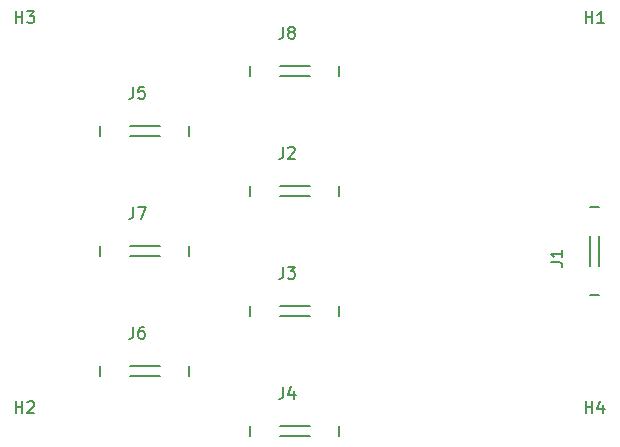
<source format=gto>
G04 #@! TF.GenerationSoftware,KiCad,Pcbnew,(6.0.9)*
G04 #@! TF.CreationDate,2022-12-20T19:21:54-08:00*
G04 #@! TF.ProjectId,light_distribution,6c696768-745f-4646-9973-747269627574,rev?*
G04 #@! TF.SameCoordinates,Original*
G04 #@! TF.FileFunction,Legend,Top*
G04 #@! TF.FilePolarity,Positive*
%FSLAX46Y46*%
G04 Gerber Fmt 4.6, Leading zero omitted, Abs format (unit mm)*
G04 Created by KiCad (PCBNEW (6.0.9)) date 2022-12-20 19:21:54*
%MOMM*%
%LPD*%
G01*
G04 APERTURE LIST*
%ADD10C,0.150000*%
%ADD11C,0.127000*%
%ADD12C,3.500000*%
%ADD13C,2.145000*%
G04 APERTURE END LIST*
D10*
X161798095Y-77232380D02*
X161798095Y-76232380D01*
X161798095Y-76708571D02*
X162369523Y-76708571D01*
X162369523Y-77232380D02*
X162369523Y-76232380D01*
X163369523Y-77232380D02*
X162798095Y-77232380D01*
X163083809Y-77232380D02*
X163083809Y-76232380D01*
X162988571Y-76375238D01*
X162893333Y-76470476D01*
X162798095Y-76518095D01*
X123490068Y-102951206D02*
X123490068Y-103666678D01*
X123442369Y-103809772D01*
X123346973Y-103905169D01*
X123203879Y-103952867D01*
X123108482Y-103952867D01*
X124396332Y-102951206D02*
X124205540Y-102951206D01*
X124110143Y-102998904D01*
X124062445Y-103046602D01*
X123967049Y-103189697D01*
X123919351Y-103380489D01*
X123919351Y-103762074D01*
X123967049Y-103857471D01*
X124014747Y-103905169D01*
X124110143Y-103952867D01*
X124300936Y-103952867D01*
X124396332Y-103905169D01*
X124444030Y-103857471D01*
X124491729Y-103762074D01*
X124491729Y-103523584D01*
X124444030Y-103428187D01*
X124396332Y-103380489D01*
X124300936Y-103332791D01*
X124110143Y-103332791D01*
X124014747Y-103380489D01*
X123967049Y-103428187D01*
X123919351Y-103523584D01*
X123490068Y-82631206D02*
X123490068Y-83346678D01*
X123442369Y-83489772D01*
X123346973Y-83585169D01*
X123203879Y-83632867D01*
X123108482Y-83632867D01*
X124444030Y-82631206D02*
X123967049Y-82631206D01*
X123919351Y-83108187D01*
X123967049Y-83060489D01*
X124062445Y-83012791D01*
X124300936Y-83012791D01*
X124396332Y-83060489D01*
X124444030Y-83108187D01*
X124491729Y-83203584D01*
X124491729Y-83442074D01*
X124444030Y-83537471D01*
X124396332Y-83585169D01*
X124300936Y-83632867D01*
X124062445Y-83632867D01*
X123967049Y-83585169D01*
X123919351Y-83537471D01*
X158831206Y-97489932D02*
X159546678Y-97489932D01*
X159689772Y-97537630D01*
X159785169Y-97633026D01*
X159832867Y-97776120D01*
X159832867Y-97871517D01*
X159832867Y-96488271D02*
X159832867Y-97060648D01*
X159832867Y-96774459D02*
X158831206Y-96774459D01*
X158974300Y-96869856D01*
X159069697Y-96965252D01*
X159117395Y-97060648D01*
X123490068Y-92791206D02*
X123490068Y-93506678D01*
X123442369Y-93649772D01*
X123346973Y-93745169D01*
X123203879Y-93792867D01*
X123108482Y-93792867D01*
X123871653Y-92791206D02*
X124539427Y-92791206D01*
X124110143Y-93792867D01*
X136190068Y-97871206D02*
X136190068Y-98586678D01*
X136142369Y-98729772D01*
X136046973Y-98825169D01*
X135903879Y-98872867D01*
X135808482Y-98872867D01*
X136571653Y-97871206D02*
X137191729Y-97871206D01*
X136857842Y-98252791D01*
X137000936Y-98252791D01*
X137096332Y-98300489D01*
X137144030Y-98348187D01*
X137191729Y-98443584D01*
X137191729Y-98682074D01*
X137144030Y-98777471D01*
X137096332Y-98825169D01*
X137000936Y-98872867D01*
X136714747Y-98872867D01*
X136619351Y-98825169D01*
X136571653Y-98777471D01*
X113538095Y-110252380D02*
X113538095Y-109252380D01*
X113538095Y-109728571D02*
X114109523Y-109728571D01*
X114109523Y-110252380D02*
X114109523Y-109252380D01*
X114538095Y-109347619D02*
X114585714Y-109300000D01*
X114680952Y-109252380D01*
X114919047Y-109252380D01*
X115014285Y-109300000D01*
X115061904Y-109347619D01*
X115109523Y-109442857D01*
X115109523Y-109538095D01*
X115061904Y-109680952D01*
X114490476Y-110252380D01*
X115109523Y-110252380D01*
X136190068Y-108031206D02*
X136190068Y-108746678D01*
X136142369Y-108889772D01*
X136046973Y-108985169D01*
X135903879Y-109032867D01*
X135808482Y-109032867D01*
X137096332Y-108365093D02*
X137096332Y-109032867D01*
X136857842Y-107983508D02*
X136619351Y-108698980D01*
X137239427Y-108698980D01*
X136190068Y-87711206D02*
X136190068Y-88426678D01*
X136142369Y-88569772D01*
X136046973Y-88665169D01*
X135903879Y-88712867D01*
X135808482Y-88712867D01*
X136619351Y-87806602D02*
X136667049Y-87758904D01*
X136762445Y-87711206D01*
X137000936Y-87711206D01*
X137096332Y-87758904D01*
X137144030Y-87806602D01*
X137191729Y-87901998D01*
X137191729Y-87997395D01*
X137144030Y-88140489D01*
X136571653Y-88712867D01*
X137191729Y-88712867D01*
X161798095Y-110252380D02*
X161798095Y-109252380D01*
X161798095Y-109728571D02*
X162369523Y-109728571D01*
X162369523Y-110252380D02*
X162369523Y-109252380D01*
X163274285Y-109585714D02*
X163274285Y-110252380D01*
X163036190Y-109204761D02*
X162798095Y-109919047D01*
X163417142Y-109919047D01*
X113538095Y-77232380D02*
X113538095Y-76232380D01*
X113538095Y-76708571D02*
X114109523Y-76708571D01*
X114109523Y-77232380D02*
X114109523Y-76232380D01*
X114490476Y-76232380D02*
X115109523Y-76232380D01*
X114776190Y-76613333D01*
X114919047Y-76613333D01*
X115014285Y-76660952D01*
X115061904Y-76708571D01*
X115109523Y-76803809D01*
X115109523Y-77041904D01*
X115061904Y-77137142D01*
X115014285Y-77184761D01*
X114919047Y-77232380D01*
X114633333Y-77232380D01*
X114538095Y-77184761D01*
X114490476Y-77137142D01*
X136190068Y-77551206D02*
X136190068Y-78266678D01*
X136142369Y-78409772D01*
X136046973Y-78505169D01*
X135903879Y-78552867D01*
X135808482Y-78552867D01*
X136810143Y-77980489D02*
X136714747Y-77932791D01*
X136667049Y-77885093D01*
X136619351Y-77789697D01*
X136619351Y-77741998D01*
X136667049Y-77646602D01*
X136714747Y-77598904D01*
X136810143Y-77551206D01*
X137000936Y-77551206D01*
X137096332Y-77598904D01*
X137144030Y-77646602D01*
X137191729Y-77741998D01*
X137191729Y-77789697D01*
X137144030Y-77885093D01*
X137096332Y-77932791D01*
X137000936Y-77980489D01*
X136810143Y-77980489D01*
X136714747Y-78028187D01*
X136667049Y-78075885D01*
X136619351Y-78171282D01*
X136619351Y-78362074D01*
X136667049Y-78457471D01*
X136714747Y-78505169D01*
X136810143Y-78552867D01*
X137000936Y-78552867D01*
X137096332Y-78505169D01*
X137144030Y-78457471D01*
X137191729Y-78362074D01*
X137191729Y-78171282D01*
X137144030Y-78075885D01*
X137096332Y-78028187D01*
X137000936Y-77980489D01*
D11*
X123190000Y-106280000D02*
X125730000Y-106280000D01*
X128210000Y-106280000D02*
X128210000Y-107080000D01*
X120710000Y-106280000D02*
X120710000Y-107080000D01*
X123190000Y-107080000D02*
X125730000Y-107080000D01*
X128210000Y-85960000D02*
X128210000Y-86760000D01*
X123190000Y-86760000D02*
X125730000Y-86760000D01*
X123190000Y-85960000D02*
X125730000Y-85960000D01*
X120710000Y-85960000D02*
X120710000Y-86760000D01*
X162160000Y-100270000D02*
X162960000Y-100270000D01*
X162160000Y-97790000D02*
X162160000Y-95250000D01*
X162960000Y-97790000D02*
X162960000Y-95250000D01*
X162160000Y-92770000D02*
X162960000Y-92770000D01*
X123190000Y-96920000D02*
X125730000Y-96920000D01*
X128210000Y-96120000D02*
X128210000Y-96920000D01*
X123190000Y-96120000D02*
X125730000Y-96120000D01*
X120710000Y-96120000D02*
X120710000Y-96920000D01*
X135890000Y-102000000D02*
X138430000Y-102000000D01*
X135890000Y-101200000D02*
X138430000Y-101200000D01*
X140910000Y-101200000D02*
X140910000Y-102000000D01*
X133410000Y-101200000D02*
X133410000Y-102000000D01*
X133410000Y-111360000D02*
X133410000Y-112160000D01*
X140910000Y-111360000D02*
X140910000Y-112160000D01*
X135890000Y-112160000D02*
X138430000Y-112160000D01*
X135890000Y-111360000D02*
X138430000Y-111360000D01*
X133410000Y-91040000D02*
X133410000Y-91840000D01*
X135890000Y-91840000D02*
X138430000Y-91840000D01*
X135890000Y-91040000D02*
X138430000Y-91040000D01*
X140910000Y-91040000D02*
X140910000Y-91840000D01*
X140910000Y-80880000D02*
X140910000Y-81680000D01*
X133410000Y-80880000D02*
X133410000Y-81680000D01*
X135890000Y-81680000D02*
X138430000Y-81680000D01*
X135890000Y-80880000D02*
X138430000Y-80880000D01*
%LPC*%
D12*
X162560000Y-81280000D03*
D13*
X121920000Y-106680000D03*
X127000000Y-106680000D03*
X121920000Y-86360000D03*
X127000000Y-86360000D03*
X162560000Y-99060000D03*
X162560000Y-93980000D03*
X121920000Y-96520000D03*
X127000000Y-96520000D03*
X134620000Y-101600000D03*
X139700000Y-101600000D03*
D12*
X114300000Y-114300000D03*
D13*
X134620000Y-111760000D03*
X139700000Y-111760000D03*
X134620000Y-91440000D03*
X139700000Y-91440000D03*
D12*
X162560000Y-114300000D03*
X114300000Y-81280000D03*
D13*
X134620000Y-81280000D03*
X139700000Y-81280000D03*
M02*

</source>
